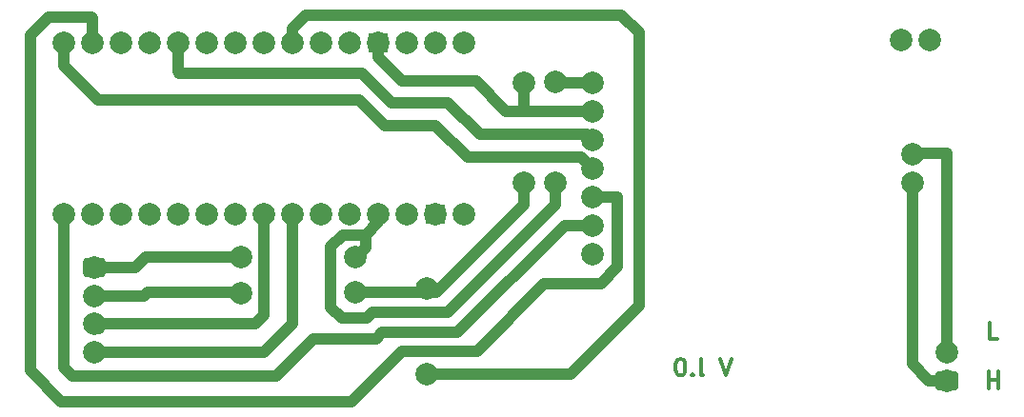
<source format=gbr>
%TF.GenerationSoftware,KiCad,Pcbnew,7.0.10*%
%TF.CreationDate,2024-03-10T13:48:41+03:00*%
%TF.ProjectId,Jim BK V2,4a696d20-424b-4205-9632-2e6b69636164,rev?*%
%TF.SameCoordinates,Original*%
%TF.FileFunction,Copper,L1,Top*%
%TF.FilePolarity,Positive*%
%FSLAX46Y46*%
G04 Gerber Fmt 4.6, Leading zero omitted, Abs format (unit mm)*
G04 Created by KiCad (PCBNEW 7.0.10) date 2024-03-10 13:48:41*
%MOMM*%
%LPD*%
G01*
G04 APERTURE LIST*
G04 Aperture macros list*
%AMRoundRect*
0 Rectangle with rounded corners*
0 $1 Rounding radius*
0 $2 $3 $4 $5 $6 $7 $8 $9 X,Y pos of 4 corners*
0 Add a 4 corners polygon primitive as box body*
4,1,4,$2,$3,$4,$5,$6,$7,$8,$9,$2,$3,0*
0 Add four circle primitives for the rounded corners*
1,1,$1+$1,$2,$3*
1,1,$1+$1,$4,$5*
1,1,$1+$1,$6,$7*
1,1,$1+$1,$8,$9*
0 Add four rect primitives between the rounded corners*
20,1,$1+$1,$2,$3,$4,$5,0*
20,1,$1+$1,$4,$5,$6,$7,0*
20,1,$1+$1,$6,$7,$8,$9,0*
20,1,$1+$1,$8,$9,$2,$3,0*%
G04 Aperture macros list end*
%ADD10C,0.300000*%
%TA.AperFunction,NonConductor*%
%ADD11C,0.300000*%
%TD*%
%TA.AperFunction,ComponentPad*%
%ADD12O,1.950000X1.700000*%
%TD*%
%TA.AperFunction,ComponentPad*%
%ADD13RoundRect,0.250000X-0.725000X0.600000X-0.725000X-0.600000X0.725000X-0.600000X0.725000X0.600000X0*%
%TD*%
%TA.AperFunction,ComponentPad*%
%ADD14C,1.727200*%
%TD*%
%TA.AperFunction,ComponentPad*%
%ADD15R,1.727200X1.727200*%
%TD*%
%TA.AperFunction,ComponentPad*%
%ADD16O,2.000000X1.700000*%
%TD*%
%TA.AperFunction,ComponentPad*%
%ADD17RoundRect,0.250000X0.750000X-0.600000X0.750000X0.600000X-0.750000X0.600000X-0.750000X-0.600000X0*%
%TD*%
%TA.AperFunction,ComponentPad*%
%ADD18C,1.524000*%
%TD*%
%TA.AperFunction,ComponentPad*%
%ADD19C,1.436840*%
%TD*%
%TA.AperFunction,ViaPad*%
%ADD20C,2.000000*%
%TD*%
%TA.AperFunction,Conductor*%
%ADD21C,1.000000*%
%TD*%
G04 APERTURE END LIST*
D10*
D11*
X58472825Y-31854228D02*
X58615682Y-31854228D01*
X58615682Y-31854228D02*
X58758539Y-31925657D01*
X58758539Y-31925657D02*
X58829968Y-31997085D01*
X58829968Y-31997085D02*
X58901396Y-32139942D01*
X58901396Y-32139942D02*
X58972825Y-32425657D01*
X58972825Y-32425657D02*
X58972825Y-32782800D01*
X58972825Y-32782800D02*
X58901396Y-33068514D01*
X58901396Y-33068514D02*
X58829968Y-33211371D01*
X58829968Y-33211371D02*
X58758539Y-33282800D01*
X58758539Y-33282800D02*
X58615682Y-33354228D01*
X58615682Y-33354228D02*
X58472825Y-33354228D01*
X58472825Y-33354228D02*
X58329968Y-33282800D01*
X58329968Y-33282800D02*
X58258539Y-33211371D01*
X58258539Y-33211371D02*
X58187110Y-33068514D01*
X58187110Y-33068514D02*
X58115682Y-32782800D01*
X58115682Y-32782800D02*
X58115682Y-32425657D01*
X58115682Y-32425657D02*
X58187110Y-32139942D01*
X58187110Y-32139942D02*
X58258539Y-31997085D01*
X58258539Y-31997085D02*
X58329968Y-31925657D01*
X58329968Y-31925657D02*
X58472825Y-31854228D01*
X59615681Y-33211371D02*
X59687110Y-33282800D01*
X59687110Y-33282800D02*
X59615681Y-33354228D01*
X59615681Y-33354228D02*
X59544253Y-33282800D01*
X59544253Y-33282800D02*
X59615681Y-33211371D01*
X59615681Y-33211371D02*
X59615681Y-33354228D01*
X60544253Y-33354228D02*
X60401396Y-33282800D01*
X60401396Y-33282800D02*
X60329967Y-33139942D01*
X60329967Y-33139942D02*
X60329967Y-31854228D01*
X62044253Y-31854228D02*
X62544253Y-33354228D01*
X62544253Y-33354228D02*
X63044253Y-31854228D01*
D10*
D11*
X85949310Y-34497228D02*
X85949310Y-32997228D01*
X85949310Y-33711514D02*
X86806453Y-33711514D01*
X86806453Y-34497228D02*
X86806453Y-32997228D01*
D10*
D11*
X86739796Y-30128428D02*
X86025510Y-30128428D01*
X86025510Y-30128428D02*
X86025510Y-28628428D01*
D12*
%TO.P,J1,4,Pin_4*%
%TO.N,Net-(A1-A5{slash}SCL)*%
X6477000Y-31278200D03*
%TO.P,J1,3,Pin_3*%
%TO.N,Net-(A1-A4{slash}SDA)*%
X6477000Y-28778200D03*
%TO.P,J1,2,Pin_2*%
%TO.N,Net-(J1-Pin_2)*%
X6477000Y-26278200D03*
D13*
%TO.P,J1,1,Pin_1*%
%TO.N,Net-(J1-Pin_1)*%
X6477000Y-23778200D03*
%TD*%
D14*
%TO.P,A1,3V3,3.3V*%
%TO.N,unconnected-(A1-3.3V-Pad3V3)*%
X6275900Y-18973800D03*
%TO.P,A1,5V,5V*%
%TO.N,Net-(J1-Pin_1)*%
X31675900Y-18973800D03*
%TO.P,A1,A0,A0*%
%TO.N,unconnected-(A1-PadA0)*%
X11355900Y-18973800D03*
%TO.P,A1,A1,A1*%
%TO.N,unconnected-(A1-PadA1)*%
X13895900Y-18973800D03*
%TO.P,A1,A2,A2*%
%TO.N,unconnected-(A1-PadA2)*%
X16435900Y-18973800D03*
%TO.P,A1,A3,A3*%
%TO.N,unconnected-(A1-PadA3)*%
X18975900Y-18973800D03*
%TO.P,A1,A4,A4/SDA*%
%TO.N,Net-(A1-A4{slash}SDA)*%
X21515900Y-18973800D03*
%TO.P,A1,A5,A5/SCL*%
%TO.N,Net-(A1-A5{slash}SCL)*%
X24055900Y-18973800D03*
%TO.P,A1,A6,A6*%
%TO.N,unconnected-(A1-PadA6)*%
X26595900Y-18973800D03*
%TO.P,A1,A7,A7*%
%TO.N,unconnected-(A1-PadA7)*%
X29135900Y-18973800D03*
%TO.P,A1,AREF,AREF*%
%TO.N,unconnected-(A1-PadAREF)*%
X8815900Y-18973800D03*
%TO.P,A1,D0,D0/RX*%
%TO.N,unconnected-(A1-D0{slash}RX-PadD0)*%
X36755900Y-3733800D03*
%TO.P,A1,D1,D1/TX*%
%TO.N,unconnected-(A1-D1{slash}TX-PadD1)*%
X39295900Y-3733800D03*
%TO.P,A1,D2,D2_INT0*%
%TO.N,unconnected-(A1-D2_INT0-PadD2)*%
X29135900Y-3733800D03*
%TO.P,A1,D3,D3_INT1*%
%TO.N,unconnected-(A1-D3_INT1-PadD3)*%
X26595900Y-3733800D03*
%TO.P,A1,D4,D4*%
%TO.N,unconnected-(A1-PadD4)*%
X24055900Y-3733800D03*
%TO.P,A1,D5,D5*%
%TO.N,unconnected-(A1-PadD5)*%
X21515900Y-3733800D03*
%TO.P,A1,D6,D6*%
%TO.N,unconnected-(A1-PadD6)*%
X18975900Y-3733800D03*
%TO.P,A1,D7,D7*%
%TO.N,unconnected-(A1-PadD7)*%
X16435900Y-3733800D03*
%TO.P,A1,D8,D8*%
%TO.N,Net-(U1-CS)*%
X13895900Y-3733800D03*
%TO.P,A1,D9,D9*%
%TO.N,unconnected-(A1-PadD9)*%
X11355900Y-3733800D03*
%TO.P,A1,D10,D10*%
%TO.N,unconnected-(A1-PadD10)*%
X8815900Y-3733800D03*
%TO.P,A1,D11,D11_MOSI*%
%TO.N,Net-(A1-D11_MOSI)*%
X6275900Y-3733800D03*
%TO.P,A1,D12,D12_MISO*%
%TO.N,Net-(A1-D12_MISO)*%
X3735900Y-3733800D03*
%TO.P,A1,D13,D13_SCK*%
%TO.N,Net-(A1-D13_SCK)*%
X3735900Y-18973800D03*
D15*
%TO.P,A1,GND1,GND*%
%TO.N,Net-(J1-Pin_2)*%
X31675900Y-3733800D03*
%TO.P,A1,GND2,GND*%
%TO.N,unconnected-(A1-GND-PadGND2)*%
X36755900Y-18973800D03*
D14*
%TO.P,A1,RST1,RESET*%
%TO.N,unconnected-(A1-RESET-PadRST1)*%
X34215900Y-3733800D03*
%TO.P,A1,RST2,RESET*%
%TO.N,unconnected-(A1-RESET-PadRST2)*%
X34215900Y-18973800D03*
%TO.P,A1,VIN,VIN*%
%TO.N,unconnected-(A1-PadVIN)*%
X39295900Y-18973800D03*
%TD*%
D16*
%TO.P,J2,2,Pin_2*%
%TO.N,Net-(J2-Pin_2)*%
X82219800Y-31292800D03*
D17*
%TO.P,J2,1,Pin_1*%
%TO.N,Net-(J2-Pin_1)*%
X82219800Y-33792800D03*
%TD*%
D18*
%TO.P,U1,1,Interrupt*%
%TO.N,unconnected-(U1-Interrupt-Pad1)*%
X50723800Y-22555200D03*
%TO.P,U1,2,SCK*%
%TO.N,Net-(A1-D13_SCK)*%
X50723800Y-20015200D03*
%TO.P,U1,3,SI*%
%TO.N,Net-(A1-D11_MOSI)*%
X50723800Y-17475200D03*
%TO.P,U1,4,SO*%
%TO.N,Net-(A1-D12_MISO)*%
X50723800Y-14935200D03*
%TO.P,U1,5,CS*%
%TO.N,Net-(U1-CS)*%
X50723800Y-12395200D03*
%TO.P,U1,6,GND*%
%TO.N,Net-(J1-Pin_2)*%
X50723800Y-9855200D03*
%TO.P,U1,7,VCC*%
%TO.N,Net-(J1-Pin_1)*%
X50723800Y-7315200D03*
%TO.P,U1,8,CANH*%
%TO.N,Net-(J2-Pin_1)*%
X79171800Y-16205200D03*
D19*
%TO.P,U1,9,CANL*%
%TO.N,Net-(J2-Pin_2)*%
X79171800Y-13665200D03*
D18*
%TO.P,U1,10,J1*%
%TO.N,unconnected-(U1-J1-Pad10)*%
X80695800Y-3505200D03*
%TO.P,U1,11,J2*%
%TO.N,unconnected-(U1-J2-Pad11)*%
X78155800Y-3505200D03*
%TD*%
D20*
%TO.N,unconnected-(A1-3.3V-Pad3V3)*%
X6273800Y-18973800D03*
%TO.N,Net-(J1-Pin_1)*%
X47421800Y-7264400D03*
X47421800Y-16205200D03*
X31673800Y-18973800D03*
X50698400Y-7289800D03*
%TO.N,unconnected-(A1-PadA0)*%
X11353800Y-18973800D03*
%TO.N,unconnected-(A1-PadA1)*%
X13893800Y-18973800D03*
%TO.N,unconnected-(A1-PadA2)*%
X16433800Y-18973800D03*
%TO.N,unconnected-(A1-PadA3)*%
X18973800Y-18973800D03*
%TO.N,Net-(A1-A4{slash}SDA)*%
X6477000Y-28778200D03*
X21513800Y-18973800D03*
%TO.N,Net-(A1-A5{slash}SCL)*%
X6477000Y-31292800D03*
X24053800Y-18973800D03*
%TO.N,unconnected-(A1-PadA6)*%
X26593800Y-18973800D03*
%TO.N,unconnected-(A1-PadA7)*%
X29133800Y-18973800D03*
%TO.N,unconnected-(A1-PadAREF)*%
X8813800Y-18973800D03*
%TO.N,unconnected-(A1-D0{slash}RX-PadD0)*%
X36753800Y-3733800D03*
%TO.N,unconnected-(A1-D1{slash}TX-PadD1)*%
X39293800Y-3733800D03*
%TO.N,unconnected-(A1-D2_INT0-PadD2)*%
X29133800Y-3733800D03*
%TO.N,unconnected-(A1-D3_INT1-PadD3)*%
X26593800Y-3733800D03*
%TO.N,unconnected-(A1-PadD4)*%
X35991800Y-33248600D03*
X24053800Y-3733800D03*
%TO.N,unconnected-(A1-PadD5)*%
X21513800Y-3733800D03*
%TO.N,unconnected-(A1-PadD6)*%
X18973800Y-3733800D03*
%TO.N,unconnected-(A1-PadD7)*%
X16433800Y-3733800D03*
%TO.N,Net-(U1-CS)*%
X50698400Y-12369800D03*
X13893800Y-3733800D03*
%TO.N,unconnected-(A1-PadD9)*%
X11353800Y-3733800D03*
%TO.N,unconnected-(A1-PadD10)*%
X8813800Y-3733800D03*
%TO.N,Net-(A1-D11_MOSI)*%
X50698400Y-17449800D03*
X6273800Y-3733800D03*
%TO.N,Net-(A1-D12_MISO)*%
X50698400Y-14909800D03*
X3733800Y-3733800D03*
%TO.N,Net-(A1-D13_SCK)*%
X50698400Y-19989800D03*
X3733800Y-18973800D03*
%TO.N,Net-(J1-Pin_2)*%
X19456400Y-26009600D03*
X6477000Y-26263600D03*
X50698400Y-9829800D03*
X44627800Y-16179800D03*
X44602400Y-7366000D03*
X36017200Y-25603200D03*
X31673800Y-3733800D03*
X29667200Y-25984200D03*
%TO.N,unconnected-(A1-GND-PadGND2)*%
X36753800Y-18973800D03*
%TO.N,unconnected-(A1-RESET-PadRST1)*%
X34213800Y-3733800D03*
%TO.N,unconnected-(A1-RESET-PadRST2)*%
X34213800Y-18973800D03*
%TO.N,Net-(J1-Pin_1)*%
X19456400Y-22834600D03*
%TO.N,unconnected-(A1-PadVIN)*%
X39293800Y-18973800D03*
%TO.N,Net-(J1-Pin_1)*%
X6477000Y-23774400D03*
X29667200Y-22809200D03*
%TO.N,Net-(J2-Pin_1)*%
X82219800Y-33792800D03*
X79171800Y-16179800D03*
%TO.N,Net-(J2-Pin_2)*%
X79146400Y-13639800D03*
X82219800Y-31292800D03*
%TO.N,unconnected-(U1-Interrupt-Pad1)*%
X50698400Y-22529800D03*
%TO.N,unconnected-(U1-J2-Pad11)*%
X78130400Y-3479800D03*
%TO.N,unconnected-(U1-J1-Pad10)*%
X80695800Y-3479800D03*
%TD*%
D21*
%TO.N,Net-(J2-Pin_1)*%
X80634200Y-33792800D02*
X82219800Y-33792800D01*
X79146400Y-16179800D02*
X79171800Y-16179800D01*
X79146400Y-16205200D02*
X79146400Y-32305000D01*
X79146400Y-32305000D02*
X80634200Y-33792800D01*
X79171800Y-16179800D02*
X79146400Y-16205200D01*
%TO.N,Net-(J2-Pin_2)*%
X79197200Y-13589000D02*
X79146400Y-13639800D01*
X82219800Y-13589000D02*
X79197200Y-13589000D01*
X82219800Y-31292800D02*
X82219800Y-13589000D01*
%TO.N,Net-(J1-Pin_1)*%
X30530800Y-21945600D02*
X29667200Y-22809200D01*
X30530800Y-20853400D02*
X30530800Y-21945600D01*
X28422600Y-28270200D02*
X27457400Y-27305000D01*
X37820600Y-27736800D02*
X31165800Y-27736800D01*
X27457400Y-21894800D02*
X28498800Y-20853400D01*
X47447200Y-7289800D02*
X47421800Y-7264400D01*
X47396400Y-7289800D02*
X47193200Y-7289800D01*
X31673800Y-18973800D02*
X31675900Y-19581300D01*
X47421800Y-18135600D02*
X37820600Y-27736800D01*
X47421800Y-7264400D02*
X47396400Y-7289800D01*
X30632400Y-28270200D02*
X28422600Y-28270200D01*
X50698400Y-7289800D02*
X47447200Y-7289800D01*
X47396400Y-16179800D02*
X47421800Y-16205200D01*
X27457400Y-27305000D02*
X27457400Y-21894800D01*
X28498800Y-20853400D02*
X30530800Y-20853400D01*
X31675900Y-18973800D02*
X31675900Y-19708300D01*
X31165800Y-27736800D02*
X30632400Y-28270200D01*
X47421800Y-16205200D02*
X47421800Y-18135600D01*
X31675900Y-18973800D02*
X31673800Y-18973800D01*
X31675900Y-19708300D02*
X30530800Y-20853400D01*
X31675900Y-19581300D02*
X31315828Y-19941372D01*
%TO.N,Net-(A1-A4{slash}SDA)*%
X21515900Y-27988700D02*
X21513800Y-18973800D01*
X6858000Y-29159200D02*
X6477000Y-28778200D01*
X21513800Y-18973800D02*
X21515900Y-18973800D01*
X6477000Y-28778200D02*
X20726400Y-28778200D01*
X20726400Y-28778200D02*
X21515900Y-27988700D01*
%TO.N,Net-(A1-A5{slash}SCL)*%
X24053800Y-18973800D02*
X24055900Y-18973800D01*
X6477000Y-31278200D02*
X6477000Y-31292800D01*
X21503000Y-31278200D02*
X24055900Y-28725300D01*
X24055900Y-28725300D02*
X24053800Y-18973800D01*
X6477000Y-31292800D02*
X21503000Y-31278200D01*
%TO.N,unconnected-(A1-PadD4)*%
X24053800Y-3733800D02*
X24055900Y-2474400D01*
X24055900Y-2474400D02*
X25234900Y-1295400D01*
X24055900Y-3733800D02*
X24053800Y-3733800D01*
X54864000Y-2870200D02*
X54864000Y-27152600D01*
X48768000Y-33248600D02*
X35991800Y-33248600D01*
X54864000Y-27152600D02*
X48768000Y-33248600D01*
X25234900Y-1295400D02*
X53289200Y-1295400D01*
X53289200Y-1295400D02*
X54864000Y-2870200D01*
%TO.N,Net-(U1-CS)*%
X37820600Y-9067800D02*
X40690800Y-11938000D01*
X14005800Y-6445400D02*
X13895900Y-6335500D01*
X30227756Y-6445400D02*
X14005800Y-6445400D01*
X13893800Y-3733800D02*
X13895900Y-6335500D01*
X48768000Y-11912600D02*
X50241200Y-11912600D01*
X30227756Y-6445400D02*
X32850156Y-9067800D01*
X32850156Y-9067800D02*
X37820600Y-9067800D01*
X40690800Y-11938000D02*
X48742600Y-11938000D01*
X50241200Y-11912600D02*
X50698400Y-12369800D01*
X48742600Y-11938000D02*
X48768000Y-11912600D01*
X13895900Y-3733800D02*
X13893800Y-3733800D01*
%TO.N,Net-(A1-D11_MOSI)*%
X33807400Y-31165800D02*
X40436800Y-31165800D01*
X6299200Y-1600200D02*
X6146800Y-1447800D01*
X6275900Y-1623500D02*
X6299200Y-1600200D01*
X6273800Y-3733800D02*
X6275900Y-1623500D01*
X724900Y-32906700D02*
X3479800Y-35661600D01*
X6146800Y-1447800D02*
X2403648Y-1447800D01*
X29311600Y-35661600D02*
X33807400Y-31165800D01*
X2403648Y-1447800D02*
X724900Y-3126548D01*
X52933600Y-17449800D02*
X50698400Y-17449800D01*
X724900Y-3126548D02*
X724900Y-32906700D01*
X40436800Y-31165800D02*
X46431200Y-25171400D01*
X6275900Y-3733800D02*
X6273800Y-3733800D01*
X52933600Y-23698200D02*
X52933600Y-17449800D01*
X3479800Y-35661600D02*
X29311600Y-35661600D01*
X46431200Y-25171400D02*
X51460400Y-25171400D01*
X51460400Y-25171400D02*
X52933600Y-23698200D01*
%TO.N,Net-(A1-D12_MISO)*%
X32245300Y-11099800D02*
X36741100Y-11099800D01*
X49733200Y-13944600D02*
X50698400Y-14909800D01*
X39585900Y-13944600D02*
X49733200Y-13944600D01*
X36741100Y-11099800D02*
X39585900Y-13944600D01*
X3735900Y-3733800D02*
X3733800Y-3733800D01*
X3733800Y-3733800D02*
X3735900Y-5844100D01*
X3735900Y-5844100D02*
X6756400Y-8864600D01*
X30010100Y-8864600D02*
X32245300Y-11099800D01*
X6756400Y-8864600D02*
X30010100Y-8864600D01*
%TO.N,Net-(A1-D13_SCK)*%
X48285400Y-19989800D02*
X38735000Y-29540200D01*
X31496000Y-30073600D02*
X25933400Y-30073600D01*
X3735900Y-32586100D02*
X3733800Y-18973800D01*
X25679400Y-30327600D02*
X22631400Y-33375600D01*
X4470400Y-33375600D02*
X3708400Y-32613600D01*
X3708400Y-32613600D02*
X3735900Y-32586100D01*
X3733800Y-18973800D02*
X3735900Y-18973800D01*
X25933400Y-30073600D02*
X25679400Y-30327600D01*
X38735000Y-29540200D02*
X32029400Y-29540200D01*
X32029400Y-29540200D02*
X31496000Y-30073600D01*
X50698400Y-19989800D02*
X48285400Y-19989800D01*
X22631400Y-33375600D02*
X4470400Y-33375600D01*
%TO.N,Net-(J1-Pin_2)*%
X31675900Y-3733800D02*
X31673800Y-3733800D01*
X44653200Y-16205200D02*
X44653200Y-18135600D01*
X44653200Y-16154400D02*
X44627800Y-16179800D01*
X43014900Y-9829800D02*
X50698400Y-9829800D01*
X31673800Y-3733800D02*
X31675900Y-5044000D01*
X36804600Y-25984200D02*
X36398200Y-25984200D01*
X19456400Y-26009600D02*
X18681800Y-25984200D01*
X10856600Y-26278200D02*
X11125200Y-26009600D01*
X36398200Y-25984200D02*
X36017200Y-25603200D01*
X33820100Y-7188200D02*
X40373300Y-7188200D01*
X11188800Y-25971400D02*
X18643600Y-25971400D01*
X35636200Y-25984200D02*
X29667200Y-25984200D01*
X44602400Y-9779000D02*
X44602400Y-7366000D01*
X11125200Y-26009600D02*
X11150600Y-26009600D01*
X36017200Y-25603200D02*
X35636200Y-25984200D01*
X44602400Y-7366000D02*
X44602400Y-7518400D01*
X44653200Y-16052800D02*
X44653200Y-16154400D01*
X11150600Y-26009600D02*
X11188800Y-25971400D01*
X18643600Y-25971400D02*
X18656400Y-25984200D01*
X6477000Y-26263600D02*
X10856600Y-26278200D01*
X18656400Y-25984200D02*
X19456400Y-26009600D01*
X6477000Y-26278200D02*
X6477000Y-26263600D01*
X44627800Y-16179800D02*
X44653200Y-16205200D01*
X40373300Y-7188200D02*
X43014900Y-9829800D01*
X44653200Y-18135600D02*
X41402000Y-21386800D01*
X31675900Y-5044000D02*
X33820100Y-7188200D01*
X41402000Y-21386800D02*
X36804600Y-25984200D01*
%TO.N,Net-(J1-Pin_1)*%
X6477000Y-23778200D02*
X6477000Y-23774400D01*
X11023600Y-22834600D02*
X19456400Y-22834600D01*
X6477000Y-23774400D02*
X10080000Y-23778200D01*
X10080000Y-23778200D02*
X11023600Y-22834600D01*
X19456400Y-22834600D02*
X19532600Y-22834600D01*
%TO.N,unconnected-(A1-PadVIN)*%
X39293800Y-18973800D02*
X39295900Y-19561000D01*
X39295900Y-18973800D02*
X39293800Y-18973800D01*
%TO.N,Net-(J2-Pin_1)*%
X80594200Y-33832800D02*
X80634200Y-33792800D01*
%TO.N,Net-(J2-Pin_2)*%
X79146400Y-13639800D02*
X79146400Y-13639800D01*
%TD*%
M02*

</source>
